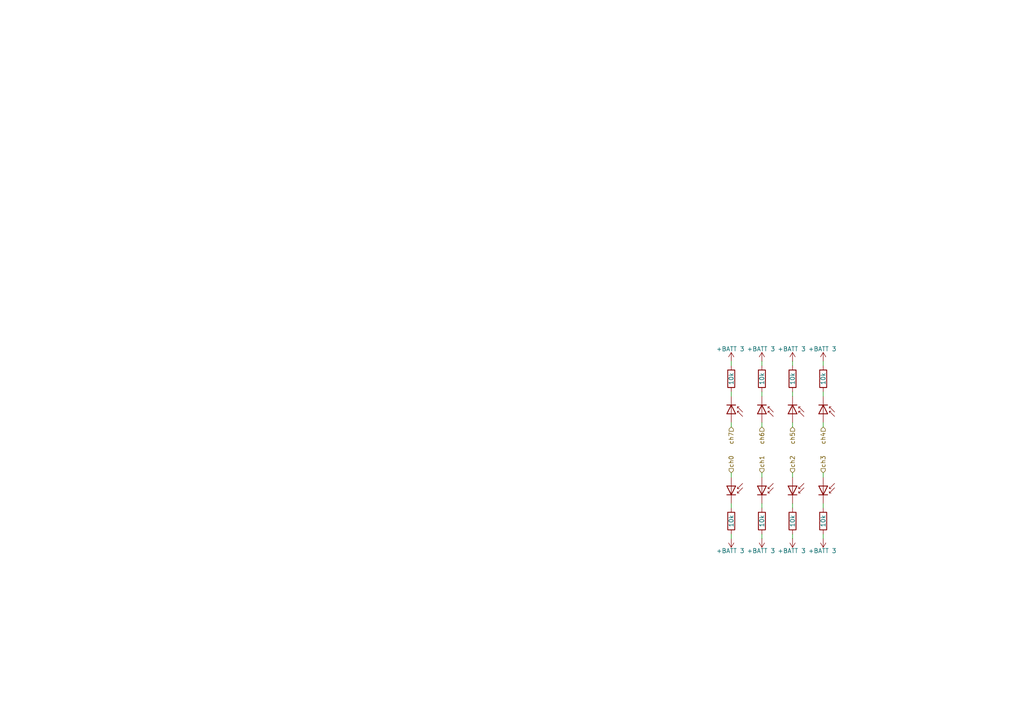
<source format=kicad_sch>
(kicad_sch (version 20231120) (generator "eeschema") (generator_version "8.0")
  (paper "A4")
  (lib_symbols
    (symbol "Device:D_SiPM" (pin_numbers hide) (pin_names hide)
      (property "Reference" "D" (at 1.778 1.778 0))
      (property "Value" "D_SiPM" (at 0.254 -2.794 0))
      (symbol "D_SiPM_0_1"
        (polyline (pts (xy -1.27 0) (xy 1.27 0)))
        (polyline (pts (xy -1.27 1.27) (xy -1.27 -1.27)) (stroke (width 0.254)))
        (polyline (pts (xy -0.762 1.778) (xy -0.254 1.778)))
        (polyline (pts (xy 1.27 1.27) (xy 1.27 -1.27)) (stroke (width 0.254)))
        (polyline (pts (xy 0.762 3.302) (xy -0.762 1.778) (xy -0.762 2.286)))
        (polyline (pts (xy 1.27 1.27) (xy -1.27 0) (xy 1.27 -1.27)) (stroke (width 0.254)))
        (polyline (pts (xy 2.032 3.302) (xy 0.508 1.778) (xy 0.508 2.286) (xy 0.508 1.778) (xy 1.016 1.778)))
      )
      (symbol "D_SiPM_1_1"
        (pin passive line (at -3.81 0 0) (length 2.54) (name "K") (number "1"))
        (pin passive line (at 3.81 0 180) (length 2.54) (name "A") (number "2"))
      )
    )
    (symbol "Device:R" (pin_numbers hide) (pin_names (offset 0))
      (property "Reference" "R" (at 2.032 0 90))
      (property "Value" "R" (at 0 0 90))
      (symbol "R_0_1"
        (rectangle (start -1.016 -2.54) (end 1.016 2.54) (stroke (width 0.254)))
      )
      (symbol "R_1_1"
        (pin passive line (at 0 3.81 270) (length 1.27) (name "~") (number "1"))
        (pin passive line (at 0 -3.81 90) (length 1.27) (name "~") (number "2"))
      )
    )
    (symbol "power:+BATT" (power) (pin_numbers hide) (pin_names (offset 0) hide)
      (property "Value" "+BATT" (at 0 3.556 0))
      (symbol "+BATT_0_1"
        (polyline (pts (xy -0.762 1.27) (xy 0 2.54)))
        (polyline (pts (xy 0 0) (xy 0 2.54)))
        (polyline (pts (xy 0 2.54) (xy 0.762 1.27)))
      )
      (symbol "+BATT_1_1"
        (pin power_in line (at 0 0 90) (length 0) (name "~") (number "1"))
      )
    )
  )
  (wire (pts (xy 238.76 146.05) (xy 238.76 147.32)))
  (wire (pts (xy 220.98 154.94) (xy 220.98 156.21)))
  (wire (pts (xy 238.76 137.16) (xy 238.76 138.43)))
  (wire (pts (xy 212.09 146.05) (xy 212.09 147.32)))
  (wire (pts (xy 229.87 137.16) (xy 229.87 138.43)))
  (wire (pts (xy 229.87 123.825) (xy 229.87 122.555)))
  (wire (pts (xy 220.98 114.935) (xy 220.98 113.665)))
  (wire (pts (xy 229.87 154.94) (xy 229.87 156.21)))
  (wire (pts (xy 220.98 123.825) (xy 220.98 122.555)))
  (wire (pts (xy 212.09 154.94) (xy 212.09 156.21)))
  (wire (pts (xy 212.09 123.825) (xy 212.09 122.555)))
  (wire (pts (xy 238.76 123.825) (xy 238.76 122.555)))
  (wire (pts (xy 238.76 114.935) (xy 238.76 113.665)))
  (wire (pts (xy 238.76 154.94) (xy 238.76 156.21)))
  (wire (pts (xy 212.09 106.045) (xy 212.09 104.775)))
  (wire (pts (xy 238.76 106.045) (xy 238.76 104.775)))
  (wire (pts (xy 229.87 114.935) (xy 229.87 113.665)))
  (wire (pts (xy 220.98 106.045) (xy 220.98 104.775)))
  (wire (pts (xy 220.98 146.05) (xy 220.98 147.32)))
  (wire (pts (xy 212.09 137.16) (xy 212.09 138.43)))
  (wire (pts (xy 220.98 137.16) (xy 220.98 138.43)))
  (wire (pts (xy 229.87 146.05) (xy 229.87 147.32)))
  (wire (pts (xy 212.09 114.935) (xy 212.09 113.665)))
  (wire (pts (xy 229.87 106.045) (xy 229.87 104.775)))
  (hierarchical_label "ch3" (shape input) (at 238.76 137.16 90))
  (hierarchical_label "ch4" (shape input) (at 238.76 123.825 270))
  (hierarchical_label "ch0" (shape input) (at 212.09 137.16 90))
  (hierarchical_label "ch1" (shape input) (at 220.98 137.16 90))
  (hierarchical_label "ch2" (shape input) (at 229.87 137.16 90))
  (hierarchical_label "ch7" (shape input) (at 212.09 123.825 270))
  (hierarchical_label "ch5" (shape input) (at 229.87 123.825 270))
  (hierarchical_label "ch6" (shape input) (at 220.98 123.825 270))
  (symbol (lib_id "Device:R") (at 238.76 109.855 0) (unit 1)
    (property "Reference" "R55" (effects (hide yes)))
    (property "Value" "10k" (at 238.76 109.855 90))
    (property "Footprint" "kicad-mza:0603" (effects (hide yes)))
    (property "Description" "Resistor" (effects (hide yes)))
  )
  (symbol (lib_id "Device:R") (at 238.76 151.13 0) (mirror x) (unit 1)
    (property "Reference" "R56" (effects (hide yes)))
    (property "Value" "10k" (at 238.76 151.13 90))
    (property "Footprint" "kicad-mza:0603" (effects (hide yes)))
    (property "Description" "Resistor" (effects (hide yes)))
  )
  (symbol (lib_id "Device:D_SiPM") (at 220.98 118.745 270) (unit 1)
    (property "Reference" "D51" (effects (hide yes)))
    (property "Value" "D_SiPM" (effects (hide yes)))
    (property "Footprint" "kicad-mza:Hamamatsu_S10362-11-100P-plus" (effects (hide yes)))
    (property "Description" "Silicon photomultiplier" (effects (hide yes)))
  )
  (symbol (lib_id "Device:R") (at 212.09 109.855 0) (unit 1)
    (property "Reference" "R49" (effects (hide yes)))
    (property "Value" "10k" (at 212.09 109.855 90))
    (property "Footprint" "kicad-mza:0603" (effects (hide yes)))
    (property "Description" "Resistor" (effects (hide yes)))
  )
  (symbol (lib_id "power:+BATT") (at 238.76 104.775 0) (unit 1)
    (property "Reference" "#PWR055" (effects (hide yes)))
    (property "Value" "+BATT 3" (at 238.506 101.219 0))
    (property "Description" "Power symbol creates a global label with name \"+BATT\"" (effects (hide yes)))
  )
  (symbol (lib_id "power:+BATT") (at 220.98 104.775 0) (unit 1)
    (property "Reference" "#PWR051" (effects (hide yes)))
    (property "Value" "+BATT 3" (at 220.726 101.219 0))
    (property "Description" "Power symbol creates a global label with name \"+BATT\"" (effects (hide yes)))
  )
  (symbol (lib_id "Device:D_SiPM") (at 238.76 142.24 270) (mirror x) (unit 1)
    (property "Reference" "D56" (effects (hide yes)))
    (property "Value" "D_SiPM" (effects (hide yes)))
    (property "Footprint" "kicad-mza:Hamamatsu_S10362-11-100P-plus" (effects (hide yes)))
    (property "Description" "Silicon photomultiplier" (effects (hide yes)))
  )
  (symbol (lib_id "Device:R") (at 229.87 109.855 0) (unit 1)
    (property "Reference" "R53" (effects (hide yes)))
    (property "Value" "10k" (at 229.87 109.855 90))
    (property "Footprint" "kicad-mza:0603" (effects (hide yes)))
    (property "Description" "Resistor" (effects (hide yes)))
  )
  (symbol (lib_id "Device:D_SiPM") (at 212.09 142.24 270) (mirror x) (unit 1)
    (property "Reference" "D50" (effects (hide yes)))
    (property "Value" "D_SiPM" (effects (hide yes)))
    (property "Footprint" "kicad-mza:Hamamatsu_S10362-11-100P-plus" (effects (hide yes)))
    (property "Description" "Silicon photomultiplier" (effects (hide yes)))
  )
  (symbol (lib_id "power:+BATT") (at 212.09 156.21 0) (mirror x) (unit 1)
    (property "Reference" "#PWR050" (effects (hide yes)))
    (property "Value" "+BATT 3" (at 211.836 159.766 0))
    (property "Description" "Power symbol creates a global label with name \"+BATT\"" (effects (hide yes)))
  )
  (symbol (lib_id "Device:R") (at 212.09 151.13 0) (mirror x) (unit 1)
    (property "Reference" "R50" (effects (hide yes)))
    (property "Value" "10k" (at 212.09 151.13 90))
    (property "Footprint" "kicad-mza:0603" (effects (hide yes)))
    (property "Description" "Resistor" (effects (hide yes)))
  )
  (symbol (lib_id "power:+BATT") (at 220.98 156.21 0) (mirror x) (unit 1)
    (property "Reference" "#PWR052" (effects (hide yes)))
    (property "Value" "+BATT 3" (at 220.726 159.766 0))
    (property "Description" "Power symbol creates a global label with name \"+BATT\"" (effects (hide yes)))
  )
  (symbol (lib_id "power:+BATT") (at 212.09 104.775 0) (unit 1)
    (property "Reference" "#PWR049" (effects (hide yes)))
    (property "Value" "+BATT 3" (at 211.836 101.219 0))
    (property "Description" "Power symbol creates a global label with name \"+BATT\"" (effects (hide yes)))
  )
  (symbol (lib_id "Device:R") (at 220.98 109.855 0) (unit 1)
    (property "Reference" "R51" (effects (hide yes)))
    (property "Value" "10k" (at 220.98 109.855 90))
    (property "Footprint" "kicad-mza:0603" (effects (hide yes)))
    (property "Description" "Resistor" (effects (hide yes)))
  )
  (symbol (lib_id "power:+BATT") (at 229.87 156.21 0) (mirror x) (unit 1)
    (property "Reference" "#PWR054" (effects (hide yes)))
    (property "Value" "+BATT 3" (at 229.616 159.766 0))
    (property "Description" "Power symbol creates a global label with name \"+BATT\"" (effects (hide yes)))
  )
  (symbol (lib_id "Device:D_SiPM") (at 229.87 142.24 270) (mirror x) (unit 1)
    (property "Reference" "D54" (effects (hide yes)))
    (property "Value" "D_SiPM" (effects (hide yes)))
    (property "Footprint" "kicad-mza:Hamamatsu_S10362-11-100P-plus" (effects (hide yes)))
    (property "Description" "Silicon photomultiplier" (effects (hide yes)))
  )
  (symbol (lib_id "power:+BATT") (at 229.87 104.775 0) (unit 1)
    (property "Reference" "#PWR053" (effects (hide yes)))
    (property "Value" "+BATT 3" (at 229.616 101.219 0))
    (property "Description" "Power symbol creates a global label with name \"+BATT\"" (effects (hide yes)))
  )
  (symbol (lib_id "Device:D_SiPM") (at 212.09 118.745 270) (unit 1)
    (property "Reference" "D49" (effects (hide yes)))
    (property "Value" "D_SiPM" (effects (hide yes)))
    (property "Footprint" "kicad-mza:Hamamatsu_S10362-11-100P-plus" (effects (hide yes)))
    (property "Description" "Silicon photomultiplier" (effects (hide yes)))
  )
  (symbol (lib_id "power:+BATT") (at 238.76 156.21 0) (mirror x) (unit 1)
    (property "Reference" "#PWR056" (effects (hide yes)))
    (property "Value" "+BATT 3" (at 238.506 159.766 0))
    (property "Description" "Power symbol creates a global label with name \"+BATT\"" (effects (hide yes)))
  )
  (symbol (lib_id "Device:D_SiPM") (at 220.98 142.24 270) (mirror x) (unit 1)
    (property "Reference" "D52" (effects (hide yes)))
    (property "Value" "D_SiPM" (effects (hide yes)))
    (property "Footprint" "kicad-mza:Hamamatsu_S10362-11-100P-plus" (effects (hide yes)))
    (property "Description" "Silicon photomultiplier" (effects (hide yes)))
  )
  (symbol (lib_id "Device:D_SiPM") (at 229.87 118.745 270) (unit 1)
    (property "Reference" "D53" (effects (hide yes)))
    (property "Value" "D_SiPM" (effects (hide yes)))
    (property "Footprint" "kicad-mza:Hamamatsu_S10362-11-100P-plus" (effects (hide yes)))
    (property "Description" "Silicon photomultiplier" (effects (hide yes)))
  )
  (symbol (lib_id "Device:R") (at 229.87 151.13 0) (mirror x) (unit 1)
    (property "Reference" "R54" (effects (hide yes)))
    (property "Value" "10k" (at 229.87 151.13 90))
    (property "Footprint" "kicad-mza:0603" (effects (hide yes)))
    (property "Description" "Resistor" (effects (hide yes)))
  )
  (symbol (lib_id "Device:D_SiPM") (at 238.76 118.745 270) (unit 1)
    (property "Reference" "D55" (effects (hide yes)))
    (property "Value" "D_SiPM" (effects (hide yes)))
    (property "Footprint" "kicad-mza:Hamamatsu_S10362-11-100P-plus" (effects (hide yes)))
    (property "Description" "Silicon photomultiplier" (effects (hide yes)))
  )
  (symbol (lib_id "Device:R") (at 220.98 151.13 0) (mirror x) (unit 1)
    (property "Reference" "R52" (effects (hide yes)))
    (property "Value" "10k" (at 220.98 151.13 90))
    (property "Footprint" "kicad-mza:0603" (effects (hide yes)))
    (property "Description" "Resistor" (effects (hide yes)))
  )
)
</source>
